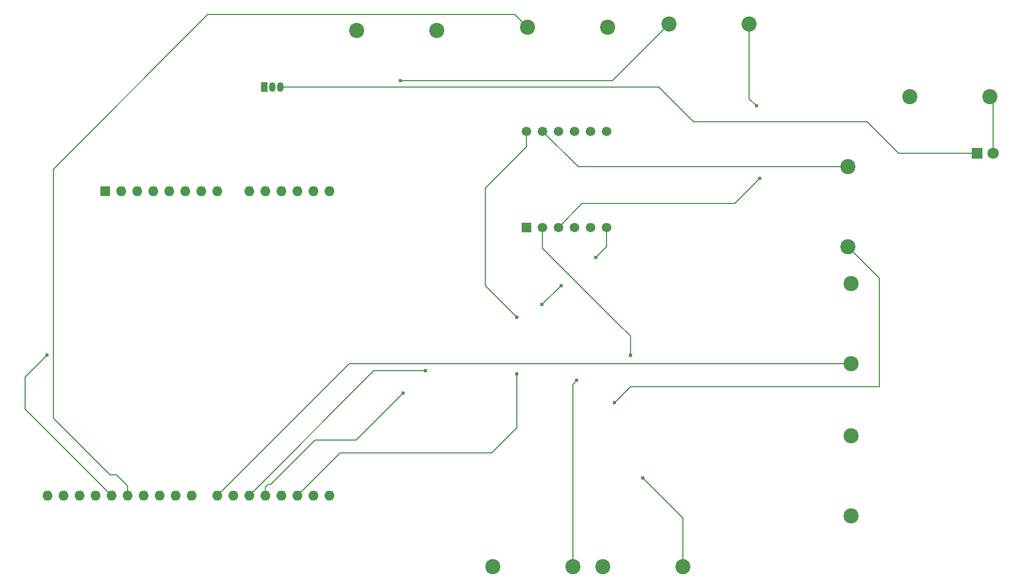
<source format=gbr>
%TF.GenerationSoftware,KiCad,Pcbnew,9.0.4*%
%TF.CreationDate,2025-12-30T13:48:10+01:00*%
%TF.ProjectId,Capteur_temperature,43617074-6575-4725-9f74-656d70657261,rev?*%
%TF.SameCoordinates,Original*%
%TF.FileFunction,Copper,L2,Bot*%
%TF.FilePolarity,Positive*%
%FSLAX46Y46*%
G04 Gerber Fmt 4.6, Leading zero omitted, Abs format (unit mm)*
G04 Created by KiCad (PCBNEW 9.0.4) date 2025-12-30 13:48:10*
%MOMM*%
%LPD*%
G01*
G04 APERTURE LIST*
%TA.AperFunction,Conductor*%
%ADD10C,0.200000*%
%TD*%
%TA.AperFunction,ComponentPad*%
%ADD11C,2.400000*%
%TD*%
%TA.AperFunction,ComponentPad*%
%ADD12R,1.050000X1.500000*%
%TD*%
%TA.AperFunction,ComponentPad*%
%ADD13O,1.050000X1.500000*%
%TD*%
%TA.AperFunction,ComponentPad*%
%ADD14R,1.800000X1.800000*%
%TD*%
%TA.AperFunction,ComponentPad*%
%ADD15C,1.800000*%
%TD*%
%TA.AperFunction,ComponentPad*%
%ADD16R,1.600000X1.600000*%
%TD*%
%TA.AperFunction,ComponentPad*%
%ADD17O,1.600000X1.600000*%
%TD*%
%TA.AperFunction,ComponentPad*%
%ADD18R,1.500000X1.500000*%
%TD*%
%TA.AperFunction,ComponentPad*%
%ADD19C,1.500000*%
%TD*%
%TA.AperFunction,ViaPad*%
%ADD20C,0.600000*%
%TD*%
G04 APERTURE END LIST*
D10*
%TO.N,DIG1*%
X139000000Y-107500000D02*
X139000000Y-99000000D01*
%TD*%
D11*
%TO.P,RE1,1*%
%TO.N,Net-(U1-e)*%
X147850000Y-129500000D03*
%TO.P,RE1,2*%
%TO.N,Net-(A1-D10)*%
X135150000Y-129500000D03*
%TD*%
%TO.P,RC1,1*%
%TO.N,Net-(U1-c)*%
X192000000Y-108800000D03*
%TO.P,RC1,2*%
%TO.N,Net-(A1-D8)*%
X192000000Y-121500000D03*
%TD*%
D12*
%TO.P,U2,1,+V_{S}*%
%TO.N,VS*%
X98960000Y-53500000D03*
D13*
%TO.P,U2,2,V_{OUT}*%
%TO.N,V_MESURE*%
X100230000Y-53500000D03*
%TO.P,U2,3,GND*%
%TO.N,GND*%
X101500000Y-53500000D03*
%TD*%
D11*
%TO.P,RLED1,1*%
%TO.N,CONTROL_OUT*%
X201300000Y-55000000D03*
%TO.P,RLED1,2*%
%TO.N,Net-(D1-A)*%
X214000000Y-55000000D03*
%TD*%
D14*
%TO.P,D1,1,K*%
%TO.N,GND*%
X211960000Y-64000000D03*
D15*
%TO.P,D1,2,A*%
%TO.N,Net-(D1-A)*%
X214500000Y-64000000D03*
%TD*%
D11*
%TO.P,RF1,1*%
%TO.N,Net-(U1-f)*%
X126300000Y-44500000D03*
%TO.P,RF1,2*%
%TO.N,Net-(A1-D11)*%
X113600000Y-44500000D03*
%TD*%
%TO.P,RG1,1*%
%TO.N,Net-(U1-g)*%
X153350000Y-44000000D03*
%TO.P,RG1,2*%
%TO.N,Net-(A1-D12)*%
X140650000Y-44000000D03*
%TD*%
D16*
%TO.P,A1,1,NC*%
%TO.N,unconnected-(A1-NC-Pad1)*%
X73720000Y-70000000D03*
D17*
%TO.P,A1,2,IOREF*%
%TO.N,unconnected-(A1-IOREF-Pad2)*%
X76260000Y-70000000D03*
%TO.P,A1,3,~{RESET}*%
%TO.N,unconnected-(A1-~{RESET}-Pad3)*%
X78800000Y-70000000D03*
%TO.P,A1,4,3V3*%
%TO.N,unconnected-(A1-3V3-Pad4)*%
X81340000Y-70000000D03*
%TO.P,A1,5,+5V*%
%TO.N,VS*%
X83880000Y-70000000D03*
%TO.P,A1,6,GND*%
%TO.N,unconnected-(A1-GND-Pad6)*%
X86420000Y-70000000D03*
%TO.P,A1,7,GND*%
%TO.N,unconnected-(A1-GND-Pad7)*%
X88960000Y-70000000D03*
%TO.P,A1,8,VIN*%
%TO.N,unconnected-(A1-VIN-Pad8)*%
X91500000Y-70000000D03*
%TO.P,A1,9,A0*%
%TO.N,V_MESURE*%
X96580000Y-70000000D03*
%TO.P,A1,10,A1*%
%TO.N,unconnected-(A1-A1-Pad10)*%
X99120000Y-70000000D03*
%TO.P,A1,11,A2*%
%TO.N,unconnected-(A1-A2-Pad11)*%
X101660000Y-70000000D03*
%TO.P,A1,12,A3*%
%TO.N,unconnected-(A1-A3-Pad12)*%
X104200000Y-70000000D03*
%TO.P,A1,13,SDA/A4*%
%TO.N,unconnected-(A1-SDA{slash}A4-Pad13)*%
X106740000Y-70000000D03*
%TO.P,A1,14,SCL/A5*%
%TO.N,unconnected-(A1-SCL{slash}A5-Pad14)*%
X109280000Y-70000000D03*
%TO.P,A1,15,D0/RX*%
%TO.N,unconnected-(A1-D0{slash}RX-Pad15)*%
X109280000Y-118260000D03*
%TO.P,A1,16,D1/TX*%
%TO.N,CONTROL_OUT*%
X106740000Y-118260000D03*
%TO.P,A1,17,D2*%
%TO.N,DIG1*%
X104200000Y-118260000D03*
%TO.P,A1,18,D3*%
%TO.N,DIG2*%
X101660000Y-118260000D03*
%TO.P,A1,19,D4*%
%TO.N,DIG3*%
X99120000Y-118260000D03*
%TO.P,A1,20,D5*%
%TO.N,DIG4*%
X96580000Y-118260000D03*
%TO.P,A1,21,D6*%
%TO.N,Net-(A1-D6)*%
X94040000Y-118260000D03*
%TO.P,A1,22,D7*%
%TO.N,Net-(A1-D7)*%
X91500000Y-118260000D03*
%TO.P,A1,23,D8*%
%TO.N,Net-(A1-D8)*%
X87440000Y-118260000D03*
%TO.P,A1,24,D9*%
%TO.N,Net-(A1-D9)*%
X84900000Y-118260000D03*
%TO.P,A1,25,D10*%
%TO.N,Net-(A1-D10)*%
X82360000Y-118260000D03*
%TO.P,A1,26,D11*%
%TO.N,Net-(A1-D11)*%
X79820000Y-118260000D03*
%TO.P,A1,27,D12*%
%TO.N,Net-(A1-D12)*%
X77280000Y-118260000D03*
%TO.P,A1,28,D13*%
%TO.N,Net-(A1-D13)*%
X74740000Y-118260000D03*
%TO.P,A1,29,GND*%
%TO.N,unconnected-(A1-GND-Pad29)*%
X72200000Y-118260000D03*
%TO.P,A1,30,AREF*%
%TO.N,unconnected-(A1-AREF-Pad30)*%
X69660000Y-118260000D03*
%TO.P,A1,31,SDA/A4*%
%TO.N,unconnected-(A1-SDA{slash}A4-Pad31)*%
X67120000Y-118260000D03*
%TO.P,A1,32,SCL/A5*%
%TO.N,unconnected-(A1-SCL{slash}A5-Pad32)*%
X64580000Y-118260000D03*
%TD*%
D18*
%TO.P,U1,1,e*%
%TO.N,Net-(U1-e)*%
X140500000Y-75740000D03*
D19*
%TO.P,U1,2,d*%
%TO.N,Net-(U1-d)*%
X143040000Y-75740000D03*
%TO.P,U1,3,DPX*%
%TO.N,Net-(U1-DPX)*%
X145580000Y-75740000D03*
%TO.P,U1,4,c*%
%TO.N,Net-(U1-c)*%
X148120000Y-75740000D03*
%TO.P,U1,5,g*%
%TO.N,Net-(U1-g)*%
X150660000Y-75740000D03*
%TO.P,U1,6,CC4*%
%TO.N,DIG4*%
X153200000Y-75740000D03*
%TO.P,U1,7,b*%
%TO.N,Net-(U1-b)*%
X153200000Y-60500000D03*
%TO.P,U1,8,CC3*%
%TO.N,DIG3*%
X150660000Y-60500000D03*
%TO.P,U1,9,CC2*%
%TO.N,DIG2*%
X148120000Y-60500000D03*
%TO.P,U1,10,f*%
%TO.N,Net-(U1-f)*%
X145580000Y-60500000D03*
%TO.P,U1,11,a*%
%TO.N,Net-(U1-a)*%
X143040000Y-60500000D03*
%TO.P,U1,12,CC1*%
%TO.N,DIG1*%
X140500000Y-60500000D03*
%TD*%
D11*
%TO.P,RD1,1*%
%TO.N,Net-(U1-d)*%
X165350000Y-129500000D03*
%TO.P,RD1,2*%
%TO.N,Net-(A1-D9)*%
X152650000Y-129500000D03*
%TD*%
%TO.P,RB1,1*%
%TO.N,Net-(U1-b)*%
X192000000Y-84650000D03*
%TO.P,RB1,2*%
%TO.N,Net-(A1-D7)*%
X192000000Y-97350000D03*
%TD*%
%TO.P,RA1,1*%
%TO.N,Net-(U1-a)*%
X191500000Y-66150000D03*
%TO.P,RA1,2*%
%TO.N,Net-(A1-D6)*%
X191500000Y-78850000D03*
%TD*%
%TO.P,R_DP1,1*%
%TO.N,Net-(U1-DPX)*%
X175850000Y-43500000D03*
%TO.P,R_DP1,2*%
%TO.N,Net-(A1-D13)*%
X163150000Y-43500000D03*
%TD*%
D20*
%TO.N,DIG4*%
X146000000Y-85000000D03*
X143000000Y-88000000D03*
X124500000Y-98500000D03*
X151500000Y-80500000D03*
%TO.N,Net-(A1-D13)*%
X120500000Y-52500000D03*
X64500000Y-96000000D03*
%TO.N,DIG1*%
X139000000Y-99000000D03*
X139000000Y-90000000D03*
%TO.N,DIG3*%
X121000000Y-102000000D03*
%TO.N,Net-(A1-D6)*%
X154500000Y-103500000D03*
%TO.N,Net-(U1-d)*%
X157000000Y-96000000D03*
X159000000Y-115500000D03*
%TO.N,Net-(U1-e)*%
X148500000Y-100000000D03*
%TO.N,Net-(U1-DPX)*%
X177000000Y-56500000D03*
X177500000Y-68000000D03*
%TD*%
D10*
%TO.N,Net-(A1-D7)*%
X112410000Y-97350000D02*
X91500000Y-118260000D01*
X192000000Y-97350000D02*
X112410000Y-97350000D01*
%TO.N,DIG4*%
X153200000Y-78800000D02*
X153200000Y-75740000D01*
X151500000Y-80500000D02*
X153200000Y-78800000D01*
X124500000Y-98500000D02*
X116340000Y-98500000D01*
X96580000Y-118260000D02*
X116340000Y-98500000D01*
X143000000Y-88000000D02*
X146000000Y-85000000D01*
%TO.N,Net-(A1-D12)*%
X138650000Y-42000000D02*
X90000000Y-42000000D01*
X65500000Y-66500000D02*
X65500000Y-106000000D01*
X74500000Y-115000000D02*
X75500000Y-115000000D01*
X65500000Y-106000000D02*
X74500000Y-115000000D01*
X75500000Y-115000000D02*
X77280000Y-116780000D01*
X140650000Y-44000000D02*
X138650000Y-42000000D01*
X77280000Y-116780000D02*
X77280000Y-118260000D01*
X90000000Y-42000000D02*
X65500000Y-66500000D01*
%TO.N,Net-(A1-D13)*%
X61000000Y-104520000D02*
X74740000Y-118260000D01*
X163150000Y-43500000D02*
X154150000Y-52500000D01*
X61000000Y-99500000D02*
X61000000Y-104520000D01*
X122500000Y-52500000D02*
X120500000Y-52500000D01*
X64500000Y-96000000D02*
X61000000Y-99500000D01*
X154150000Y-52500000D02*
X122500000Y-52500000D01*
%TO.N,DIG1*%
X139000000Y-90000000D02*
X134000000Y-85000000D01*
X104200000Y-118260000D02*
X110960000Y-111500000D01*
X135000000Y-111500000D02*
X139000000Y-107500000D01*
X134000000Y-69500000D02*
X140500000Y-63000000D01*
X110960000Y-111500000D02*
X135000000Y-111500000D01*
X140500000Y-63000000D02*
X140500000Y-60500000D01*
X134000000Y-85000000D02*
X134000000Y-69500000D01*
%TO.N,DIG3*%
X113500000Y-109500000D02*
X107000000Y-109500000D01*
X121000000Y-102000000D02*
X113500000Y-109500000D01*
X107000000Y-109500000D02*
X100000000Y-116500000D01*
X100000000Y-116500000D02*
X99500000Y-116500000D01*
X99500000Y-116500000D02*
X99120000Y-116880000D01*
X99120000Y-116880000D02*
X99120000Y-118260000D01*
%TO.N,Net-(A1-D6)*%
X196500000Y-101000000D02*
X196500000Y-83850000D01*
X157000000Y-101000000D02*
X196500000Y-101000000D01*
X154500000Y-103500000D02*
X157000000Y-101000000D01*
X196500000Y-83850000D02*
X191500000Y-78850000D01*
%TO.N,Net-(D1-A)*%
X214500000Y-56000000D02*
X214500000Y-64000000D01*
X214000000Y-55500000D02*
X214500000Y-56000000D01*
X214000000Y-55000000D02*
X214000000Y-55500000D01*
%TO.N,GND*%
X211960000Y-64000000D02*
X199500000Y-64000000D01*
X199500000Y-64000000D02*
X194500000Y-59000000D01*
X194500000Y-59000000D02*
X167000000Y-59000000D01*
X167000000Y-59000000D02*
X161500000Y-53500000D01*
X161500000Y-53500000D02*
X101500000Y-53500000D01*
%TO.N,Net-(U1-a)*%
X148690000Y-66150000D02*
X143040000Y-60500000D01*
X191500000Y-66150000D02*
X148690000Y-66150000D01*
%TO.N,Net-(U1-d)*%
X157000000Y-96000000D02*
X157000000Y-96250000D01*
X159000000Y-115500000D02*
X165350000Y-121850000D01*
X143040000Y-75740000D02*
X143040000Y-79040000D01*
X165350000Y-121850000D02*
X165350000Y-129500000D01*
X155000000Y-91000000D02*
X157000000Y-93000000D01*
X157000000Y-93000000D02*
X157000000Y-96000000D01*
X143040000Y-79040000D02*
X155000000Y-91000000D01*
%TO.N,Net-(U1-e)*%
X147850000Y-129500000D02*
X147850000Y-100650000D01*
X147850000Y-100650000D02*
X148500000Y-100000000D01*
%TO.N,Net-(U1-DPX)*%
X173500000Y-72000000D02*
X149320000Y-72000000D01*
X175850000Y-55350000D02*
X177000000Y-56500000D01*
X149320000Y-72000000D02*
X145580000Y-75740000D01*
X175850000Y-43500000D02*
X175850000Y-55350000D01*
X177500000Y-68000000D02*
X173500000Y-72000000D01*
%TD*%
M02*

</source>
